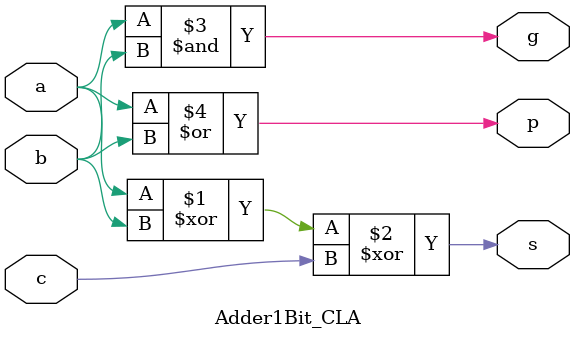
<source format=v>

`timescale 1ns / 1ps

module Adder1Bit_CLA(
    input a,
    input b,
    input c,
    output g,
    output p,
    output s);
    
    assign s = a ^ b ^ c;   // Sum of inputs
    assign g = a & b;       // Carry generator
    assign p = a | b;       // Carry propagator
    
endmodule

</source>
